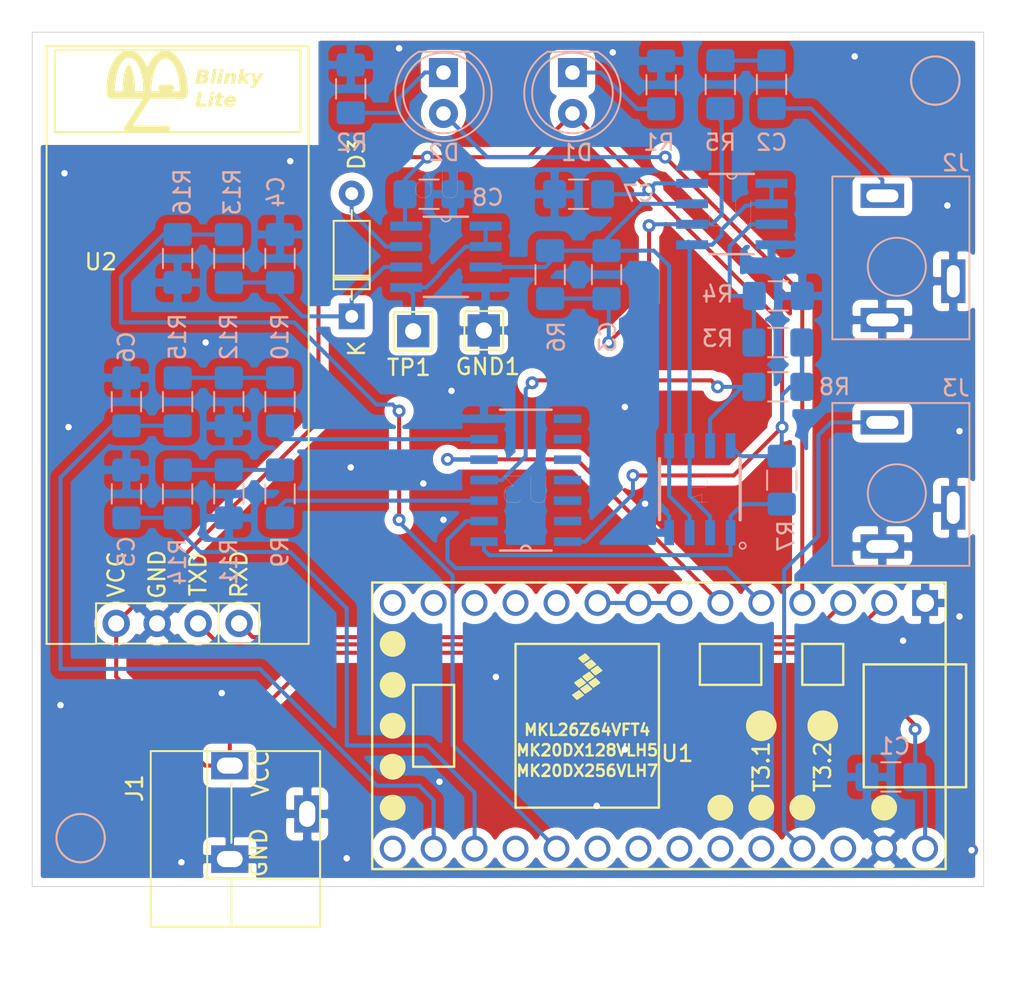
<source format=kicad_pcb>
(kicad_pcb (version 20171130) (host pcbnew 5.1.5-52549c5~84~ubuntu18.04.1)
  (layers (0 F.Cu signal) (31 B.Cu signal) (34 B.Paste user) (35 F.Paste user) (36 B.SilkS user) (37 F.SilkS user) (38 B.Mask user) (39 F.Mask user) (44 Edge.Cuts user))
  (net 0 "")
  (net 1 +5V)
  (net 2 GND)
  (net 3 "Net-(D1-Pad1)")
  (net 4 "Net-(D2-Pad1)")
  (net 5 "Net-(U1-Pad17)")
  (net 6 "Net-(U1-Pad18)")
  (net 7 "Net-(U1-Pad19)")
  (net 8 "Net-(U1-Pad20)")
  (net 9 "Net-(U1-Pad16)")
  (net 10 "Net-(U1-Pad15)")
  (net 11 "Net-(U1-Pad14)")
  (net 12 "Net-(U1-Pad23)")
  (net 13 "Net-(U1-Pad25)")
  (net 14 "Net-(U1-Pad26)")
  (net 15 "Net-(U1-Pad27)")
  (net 16 "Net-(U1-Pad28)")
  (net 17 "Net-(U1-Pad29)")
  (net 18 "Net-(U1-Pad31)")
  (net 19 "Net-(U1-Pad34)")
  (net 20 "Net-(U1-Pad35)")
  (net 21 "Net-(U1-Pad36)")
  (net 22 "Net-(U1-Pad37)")
  (net 23 "Net-(U1-Pad11)")
  (net 24 "Net-(U1-Pad10)")
  (net 25 "Net-(D2-Pad2)")
  (net 26 "Net-(U1-Pad3)")
  (net 27 "Net-(U1-Pad2)")
  (net 28 "Net-(U1-Pad13)")
  (net 29 "Net-(U1-Pad12)")
  (net 30 "Net-(U1-Pad7)")
  (net 31 "Net-(U1-Pad6)")
  (net 32 "Net-(U1-Pad5)")
  (net 33 "Net-(C2-Pad1)")
  (net 34 "Net-(C2-Pad2)")
  (net 35 "Net-(C3-Pad2)")
  (net 36 "Net-(C3-Pad1)")
  (net 37 "Net-(C4-Pad1)")
  (net 38 "Net-(C5-Pad1)")
  (net 39 "Net-(C6-Pad1)")
  (net 40 "Net-(D3-Pad2)")
  (net 41 "Net-(J3-Pad2)")
  (net 42 "Net-(R3-Pad2)")
  (net 43 "Net-(R7-Pad2)")
  (net 44 "Net-(R8-Pad2)")
  (net 45 "Net-(R9-Pad2)")
  (net 46 "Net-(R11-Pad1)")
  (net 47 "Net-(R10-Pad1)")
  (net 48 "Net-(R10-Pad2)")
  (net 49 "Net-(R13-Pad1)")
  (net 50 "Net-(TP1-Pad1)")
  (net 51 "Net-(U3-Pad8)")
  (net 52 "Net-(U3-Pad9)")
  (net 53 "Net-(U3-Pad10)")
  (net 54 "Net-(U3-Pad11)")
  (net 55 "Net-(U3-Pad12)")
  (net 56 "Net-(U3-Pad13)")
  (net 57 "Net-(U4-Pad2)")
  (module LED_THT:LED_D5.0mm (layer B.Cu) (at 136.5 72.5 270)
    (fp_text reference D2 (at 4.97 -0.025 180) (layer B.SilkS) (effects (justify mirror)))
    (fp_text value LED)
    (pad 1 thru_hole rect (at 0 0 270) (size 1.8 1.8) (drill 0.9) (layers *.Cu *.Mask) (net 4 "Net-(D2-Pad1)"))
    (pad 2 thru_hole circle (at 2.54 0 270) (size 1.8 1.8) (drill 0.9) (layers *.Cu *.Mask) (net 25 "Net-(D2-Pad2)"))
  )
  (module blinkyLiteLogo:blinkyLiteLogo (layer F.Cu) (at 120.65 73.66)
    (fp_text reference G*** hide)
    (fp_text value LOGO hide)
  )
  (module dmcginnis427:HC06 (layer F.Cu) (at 120.015 106.68 180)
    (fp_text reference U2 (at 4.765 22.43) (layer F.SilkS))
    (fp_text value HC06)
    (fp_text user RXD (at -3.81 3.048 90) (layer F.SilkS))
    (fp_text user TXD (at -1.27 3.048 90) (layer F.SilkS))
    (fp_text user GND (at 1.27 3.048 90) (layer F.SilkS))
    (fp_text user VCC (at 3.81 3.048 90) (layer F.SilkS))
    (pad 1 thru_hole circle (at -3.81 0 180) (size 1.7 1.7) (drill 1) (layers *.Cu *.Mask) (net 26 "Net-(U1-Pad3)"))
    (pad 2 thru_hole circle (at -1.27 0 180) (size 1.7 1.7) (drill 1) (layers *.Cu *.Mask) (net 27 "Net-(U1-Pad2)"))
    (pad 3 thru_hole circle (at 1.27 0 180) (size 1.7 1.7) (drill 1) (layers *.Cu *.Mask) (net 2 GND))
    (pad 4 thru_hole circle (at 3.81 0 180) (size 1.7 1.7) (drill 1) (layers *.Cu *.Mask) (net 1 +5V))
  )
  (module Capacitor_SMD:C_1206_3216Metric_Pad1.42x1.75mm_HandSolder (layer B.Cu) (at 156.845 73.2425 90)
    (fp_text reference C2 (at -3.5925 0 180) (layer B.SilkS) (effects (justify mirror)))
    (fp_text value 10nF)
    (pad 1 smd roundrect (at -1.4875 0 90) (size 1.425 1.75) (layers B.Cu B.Paste B.Mask) (roundrect_rratio 0.175439) (net 33 "Net-(C2-Pad1)"))
    (pad 2 smd roundrect (at 1.4875 0 90) (size 1.425 1.75) (layers B.Cu B.Paste B.Mask) (roundrect_rratio 0.175439) (net 34 "Net-(C2-Pad2)"))
  )
  (module Capacitor_SMD:C_1206_3216Metric_Pad1.42x1.75mm_HandSolder (layer B.Cu) (at 146.615 85.0375 90)
    (fp_text reference C3 (at -3.8625 0.07 90) (layer B.SilkS) (effects (justify mirror)))
    (fp_text value 100pF)
    (pad 2 smd roundrect (at 1.4875 0 90) (size 1.425 1.75) (layers B.Cu B.Paste B.Mask) (roundrect_rratio 0.175439) (net 35 "Net-(C3-Pad2)"))
    (pad 1 smd roundrect (at -1.4875 0 90) (size 1.425 1.75) (layers B.Cu B.Paste B.Mask) (roundrect_rratio 0.175439) (net 36 "Net-(C3-Pad1)"))
  )
  (module Capacitor_SMD:C_1206_3216Metric_Pad1.42x1.75mm_HandSolder (layer B.Cu) (at 126.365 84.0375 90)
    (fp_text reference C4 (at 4.1275 -0.25 90) (layer B.SilkS) (effects (justify mirror)))
    (fp_text value 220nF)
    (pad 1 smd roundrect (at -1.4875 0 90) (size 1.425 1.75) (layers B.Cu B.Paste B.Mask) (roundrect_rratio 0.175439) (net 37 "Net-(C4-Pad1)"))
    (pad 2 smd roundrect (at 1.4875 0 90) (size 1.425 1.75) (layers B.Cu B.Paste B.Mask) (roundrect_rratio 0.175439) (net 2 GND))
  )
  (module Capacitor_SMD:C_1206_3216Metric_Pad1.42x1.75mm_HandSolder (layer B.Cu) (at 116.84 98.6425 90)
    (fp_text reference C5 (at -3.5925 0 90) (layer B.SilkS) (effects (justify mirror)))
    (fp_text value 22nF)
    (pad 2 smd roundrect (at 1.4875 0 90) (size 1.425 1.75) (layers B.Cu B.Paste B.Mask) (roundrect_rratio 0.175439) (net 2 GND))
    (pad 1 smd roundrect (at -1.4875 0 90) (size 1.425 1.75) (layers B.Cu B.Paste B.Mask) (roundrect_rratio 0.175439) (net 38 "Net-(C5-Pad1)"))
  )
  (module Capacitor_SMD:C_1206_3216Metric_Pad1.42x1.75mm_HandSolder (layer B.Cu) (at 116.84 92.9275 90)
    (fp_text reference C6 (at 3.3925 0 90) (layer B.SilkS) (effects (justify mirror)))
    (fp_text value 22nF)
    (pad 2 smd roundrect (at 1.4875 0 90) (size 1.425 1.75) (layers B.Cu B.Paste B.Mask) (roundrect_rratio 0.175439) (net 2 GND))
    (pad 1 smd roundrect (at -1.4875 0 90) (size 1.425 1.75) (layers B.Cu B.Paste B.Mask) (roundrect_rratio 0.175439) (net 39 "Net-(C6-Pad1)"))
  )
  (module Capacitor_SMD:C_1206_3216Metric_Pad1.42x1.75mm_HandSolder (layer B.Cu) (at 144.8775 80.05 180)
    (fp_text reference C7 (at -3.7125 0.04) (layer B.SilkS) (effects (justify mirror)))
    (fp_text value 1uF)
    (pad 1 smd roundrect (at -1.4875 0 180) (size 1.425 1.75) (layers B.Cu B.Paste B.Mask) (roundrect_rratio 0.175439) (net 1 +5V))
    (pad 2 smd roundrect (at 1.4875 0 180) (size 1.425 1.75) (layers B.Cu B.Paste B.Mask) (roundrect_rratio 0.175439) (net 2 GND))
  )
  (module Capacitor_SMD:C_1206_3216Metric_Pad1.42x1.75mm_HandSolder (layer B.Cu) (at 135.6025 80.05)
    (fp_text reference C8 (at 3.6475 0.2) (layer B.SilkS) (effects (justify mirror)))
    (fp_text value 1uF)
    (pad 2 smd roundrect (at 1.4875 0) (size 1.425 1.75) (layers B.Cu B.Paste B.Mask) (roundrect_rratio 0.175439) (net 2 GND))
    (pad 1 smd roundrect (at -1.4875 0) (size 1.425 1.75) (layers B.Cu B.Paste B.Mask) (roundrect_rratio 0.175439) (net 1 +5V))
  )
  (module Diode_THT:D_DO-35_SOD27_P7.62mm_Horizontal (layer F.Cu) (at 130.81 87.63 90)
    (fp_text reference D3 (at 10.06 0.31 90) (layer F.SilkS))
    (fp_text value 1N5711)
    (fp_text user K (at -2.005 0.31 90) (layer F.SilkS))
    (pad 1 thru_hole rect (at 0 0 90) (size 1.6 1.6) (drill 0.8) (layers *.Cu *.Mask) (net 37 "Net-(C4-Pad1)"))
    (pad 2 thru_hole oval (at 7.62 0 90) (size 1.6 1.6) (drill 0.8) (layers *.Cu *.Mask) (net 40 "Net-(D3-Pad2)"))
  )
  (module dmcginnis427:StereoJack35 (layer B.Cu) (at 164.615 84.55 180)
    (fp_text reference J2 (at -3.66 6.445) (layer B.SilkS) (effects (justify mirror)))
    (fp_text value StereoJack35)
    (pad 3 thru_hole rect (at 0.9 -3.3 180) (size 2.7 1.5) (drill oval 2 0.8) (layers *.Cu *.Mask) (net 2 GND))
    (pad 2 thru_hole rect (at 0.9 4.4 180) (size 2.7 1.5) (drill oval 2 0.8) (layers *.Cu *.Mask) (net 33 "Net-(C2-Pad1)"))
    (pad 1 thru_hole rect (at -3.5 -0.9 180) (size 1.5 2.7) (drill oval 0.8 2) (layers *.Cu *.Mask) (net 2 GND))
  )
  (module dmcginnis427:StereoJack35 (layer B.Cu) (at 164.615 98.605 180)
    (fp_text reference J3 (at -3.66 6.53) (layer B.SilkS) (effects (justify mirror)))
    (fp_text value StereoJack35)
    (pad 1 thru_hole rect (at -3.5 -0.9 180) (size 1.5 2.7) (drill oval 0.8 2) (layers *.Cu *.Mask) (net 2 GND))
    (pad 2 thru_hole rect (at 0.9 4.4 180) (size 2.7 1.5) (drill oval 2 0.8) (layers *.Cu *.Mask) (net 41 "Net-(J3-Pad2)"))
    (pad 3 thru_hole rect (at 0.9 -3.3 180) (size 2.7 1.5) (drill oval 2 0.8) (layers *.Cu *.Mask) (net 2 GND))
  )
  (module Resistor_SMD:R_1206_3216Metric_Pad1.42x1.75mm_HandSolder (layer B.Cu) (at 157.2375 89.25 180)
    (fp_text reference R3 (at 3.7375 0.25) (layer B.SilkS) (effects (justify mirror)))
    (fp_text value 1k)
    (pad 1 smd roundrect (at -1.4875 0 180) (size 1.425 1.75) (layers B.Cu B.Paste B.Mask) (roundrect_rratio 0.175439) (net 1 +5V))
    (pad 2 smd roundrect (at 1.4875 0 180) (size 1.425 1.75) (layers B.Cu B.Paste B.Mask) (roundrect_rratio 0.175439) (net 42 "Net-(R3-Pad2)"))
  )
  (module Resistor_SMD:R_1206_3216Metric_Pad1.42x1.75mm_HandSolder (layer B.Cu) (at 157.2625 86.36)
    (fp_text reference R4 (at -3.7625 -0.11) (layer B.SilkS) (effects (justify mirror)))
    (fp_text value 1k)
    (pad 2 smd roundrect (at 1.4875 0) (size 1.425 1.75) (layers B.Cu B.Paste B.Mask) (roundrect_rratio 0.175439) (net 2 GND))
    (pad 1 smd roundrect (at -1.4875 0) (size 1.425 1.75) (layers B.Cu B.Paste B.Mask) (roundrect_rratio 0.175439) (net 42 "Net-(R3-Pad2)"))
  )
  (module Resistor_SMD:R_1206_3216Metric_Pad1.42x1.75mm_HandSolder (layer B.Cu) (at 153.67 73.2425 90)
    (fp_text reference R5 (at -3.5925 0 180) (layer B.SilkS) (effects (justify mirror)))
    (fp_text value 1k)
    (pad 2 smd roundrect (at 1.4875 0 90) (size 1.425 1.75) (layers B.Cu B.Paste B.Mask) (roundrect_rratio 0.175439) (net 34 "Net-(C2-Pad2)"))
    (pad 1 smd roundrect (at -1.4875 0 90) (size 1.425 1.75) (layers B.Cu B.Paste B.Mask) (roundrect_rratio 0.175439) (net 36 "Net-(C3-Pad1)"))
  )
  (module Resistor_SMD:R_1206_3216Metric_Pad1.42x1.75mm_HandSolder (layer B.Cu) (at 143.115 85.0375 270)
    (fp_text reference R6 (at 3.8625 -0.395 90) (layer B.SilkS) (effects (justify mirror)))
    (fp_text value 20k)
    (pad 1 smd roundrect (at -1.4875 0 270) (size 1.425 1.75) (layers B.Cu B.Paste B.Mask) (roundrect_rratio 0.175439) (net 35 "Net-(C3-Pad2)"))
    (pad 2 smd roundrect (at 1.4875 0 270) (size 1.425 1.75) (layers B.Cu B.Paste B.Mask) (roundrect_rratio 0.175439) (net 36 "Net-(C3-Pad1)"))
  )
  (module Resistor_SMD:R_1206_3216Metric_Pad1.42x1.75mm_HandSolder (layer B.Cu) (at 157.48 97.79 270)
    (fp_text reference R7 (at 3.46 -0.27 90) (layer B.SilkS) (effects (justify mirror)))
    (fp_text value 10k)
    (pad 2 smd roundrect (at 1.4875 0 270) (size 1.425 1.75) (layers B.Cu B.Paste B.Mask) (roundrect_rratio 0.175439) (net 43 "Net-(R7-Pad2)"))
    (pad 1 smd roundrect (at -1.4875 0 270) (size 1.425 1.75) (layers B.Cu B.Paste B.Mask) (roundrect_rratio 0.175439) (net 1 +5V))
  )
  (module Resistor_SMD:R_1206_3216Metric_Pad1.42x1.75mm_HandSolder (layer B.Cu) (at 157.2375 92 180)
    (fp_text reference R8 (at -3.5125 0) (layer B.SilkS) (effects (justify mirror)))
    (fp_text value 10k)
    (pad 1 smd roundrect (at -1.4875 0 180) (size 1.425 1.75) (layers B.Cu B.Paste B.Mask) (roundrect_rratio 0.175439) (net 1 +5V))
    (pad 2 smd roundrect (at 1.4875 0 180) (size 1.425 1.75) (layers B.Cu B.Paste B.Mask) (roundrect_rratio 0.175439) (net 44 "Net-(R8-Pad2)"))
  )
  (module Resistor_SMD:R_1206_3216Metric_Pad1.42x1.75mm_HandSolder (layer B.Cu) (at 126.365 98.6425 270)
    (fp_text reference R9 (at 3.5925 0 90) (layer B.SilkS) (effects (justify mirror)))
    (fp_text value 1k)
    (pad 2 smd roundrect (at 1.4875 0 270) (size 1.425 1.75) (layers B.Cu B.Paste B.Mask) (roundrect_rratio 0.175439) (net 45 "Net-(R9-Pad2)"))
    (pad 1 smd roundrect (at -1.4875 0 270) (size 1.425 1.75) (layers B.Cu B.Paste B.Mask) (roundrect_rratio 0.175439) (net 46 "Net-(R11-Pad1)"))
  )
  (module Resistor_SMD:R_1206_3216Metric_Pad1.42x1.75mm_HandSolder (layer B.Cu) (at 126.365 92.9275 270)
    (fp_text reference R10 (at -4.0275 0 90) (layer B.SilkS) (effects (justify mirror)))
    (fp_text value 1k)
    (pad 1 smd roundrect (at -1.4875 0 270) (size 1.425 1.75) (layers B.Cu B.Paste B.Mask) (roundrect_rratio 0.175439) (net 47 "Net-(R10-Pad1)"))
    (pad 2 smd roundrect (at 1.4875 0 270) (size 1.425 1.75) (layers B.Cu B.Paste B.Mask) (roundrect_rratio 0.175439) (net 48 "Net-(R10-Pad2)"))
  )
  (module Resistor_SMD:R_1206_3216Metric_Pad1.42x1.75mm_HandSolder (layer B.Cu) (at 123.19 98.6425 270)
    (fp_text reference R11 (at 4.2275 0 90) (layer B.SilkS) (effects (justify mirror)))
    (fp_text value 1.5k)
    (pad 1 smd roundrect (at -1.4875 0 270) (size 1.425 1.75) (layers B.Cu B.Paste B.Mask) (roundrect_rratio 0.175439) (net 46 "Net-(R11-Pad1)"))
    (pad 2 smd roundrect (at 1.4875 0 270) (size 1.425 1.75) (layers B.Cu B.Paste B.Mask) (roundrect_rratio 0.175439) (net 2 GND))
  )
  (module Resistor_SMD:R_1206_3216Metric_Pad1.42x1.75mm_HandSolder (layer B.Cu) (at 123.19 92.9275 270)
    (fp_text reference R12 (at -4.0275 0 90) (layer B.SilkS) (effects (justify mirror)))
    (fp_text value 1.5k)
    (pad 1 smd roundrect (at -1.4875 0 270) (size 1.425 1.75) (layers B.Cu B.Paste B.Mask) (roundrect_rratio 0.175439) (net 47 "Net-(R10-Pad1)"))
    (pad 2 smd roundrect (at 1.4875 0 270) (size 1.425 1.75) (layers B.Cu B.Paste B.Mask) (roundrect_rratio 0.175439) (net 2 GND))
  )
  (module Resistor_SMD:R_1206_3216Metric_Pad1.42x1.75mm_HandSolder (layer B.Cu) (at 123.19 84.0375 270)
    (fp_text reference R13 (at -4.1275 -0.21 90) (layer B.SilkS) (effects (justify mirror)))
    (fp_text value 1k)
    (pad 2 smd roundrect (at 1.4875 0 270) (size 1.425 1.75) (layers B.Cu B.Paste B.Mask) (roundrect_rratio 0.175439) (net 37 "Net-(C4-Pad1)"))
    (pad 1 smd roundrect (at -1.4875 0 270) (size 1.425 1.75) (layers B.Cu B.Paste B.Mask) (roundrect_rratio 0.175439) (net 49 "Net-(R13-Pad1)"))
  )
  (module Resistor_SMD:R_1206_3216Metric_Pad1.42x1.75mm_HandSolder (layer B.Cu) (at 120.015 98.6425 90)
    (fp_text reference R14 (at -4.2275 0 90) (layer B.SilkS) (effects (justify mirror)))
    (fp_text value 15k)
    (pad 2 smd roundrect (at 1.4875 0 90) (size 1.425 1.75) (layers B.Cu B.Paste B.Mask) (roundrect_rratio 0.175439) (net 46 "Net-(R11-Pad1)"))
    (pad 1 smd roundrect (at -1.4875 0 90) (size 1.425 1.75) (layers B.Cu B.Paste B.Mask) (roundrect_rratio 0.175439) (net 38 "Net-(C5-Pad1)"))
  )
  (module Resistor_SMD:R_1206_3216Metric_Pad1.42x1.75mm_HandSolder (layer B.Cu) (at 120.015 92.9275 90)
    (fp_text reference R15 (at 4.0275 0 90) (layer B.SilkS) (effects (justify mirror)))
    (fp_text value 15k)
    (pad 2 smd roundrect (at 1.4875 0 90) (size 1.425 1.75) (layers B.Cu B.Paste B.Mask) (roundrect_rratio 0.175439) (net 47 "Net-(R10-Pad1)"))
    (pad 1 smd roundrect (at -1.4875 0 90) (size 1.425 1.75) (layers B.Cu B.Paste B.Mask) (roundrect_rratio 0.175439) (net 39 "Net-(C6-Pad1)"))
  )
  (module Resistor_SMD:R_1206_3216Metric_Pad1.42x1.75mm_HandSolder (layer B.Cu) (at 120.015 84.0375 270)
    (fp_text reference R16 (at -4.1275 -0.285 90) (layer B.SilkS) (effects (justify mirror)))
    (fp_text value 1.5k)
    (pad 2 smd roundrect (at 1.4875 0 270) (size 1.425 1.75) (layers B.Cu B.Paste B.Mask) (roundrect_rratio 0.175439) (net 2 GND))
    (pad 1 smd roundrect (at -1.4875 0 270) (size 1.425 1.75) (layers B.Cu B.Paste B.Mask) (roundrect_rratio 0.175439) (net 49 "Net-(R13-Pad1)"))
  )
  (module TestPoint:TestPoint_THTPad_2.0x2.0mm_Drill1.0mm (layer F.Cu) (at 134.62 88.55)
    (fp_text reference TP1 (at -0.265 2.255) (layer F.SilkS))
    (fp_text value TestPoint)
    (pad 1 thru_hole rect (at 0 0) (size 2 2) (drill 1) (layers *.Cu *.Mask) (net 50 "Net-(TP1-Pad1)"))
  )
  (module 74HCT86D:SOIC127P600X175-14N (layer B.Cu) (at 141.605 97.79)
    (fp_text reference U3 (at 0 0.635) (layer B.SilkS) (effects (font (size 1.641677 1.641677) (thickness 0.015)) (justify mirror)))
    (fp_text value 74HCT86D)
    (pad 1 smd rect (at -2.5908 3.81) (size 1.7018 0.5334) (layers B.Cu B.Paste B.Mask) (net 43 "Net-(R7-Pad2)"))
    (pad 2 smd rect (at -2.5908 2.54) (size 1.7018 0.5334) (layers B.Cu B.Paste B.Mask) (net 32 "Net-(U1-Pad5)"))
    (pad 3 smd rect (at -2.5908 1.27) (size 1.7018 0.5334) (layers B.Cu B.Paste B.Mask) (net 45 "Net-(R9-Pad2)"))
    (pad 4 smd rect (at -2.5908 0) (size 1.7018 0.5334) (layers B.Cu B.Paste B.Mask) (net 44 "Net-(R8-Pad2)"))
    (pad 5 smd rect (at -2.5908 -1.27) (size 1.7018 0.5334) (layers B.Cu B.Paste B.Mask) (net 31 "Net-(U1-Pad6)"))
    (pad 6 smd rect (at -2.5908 -2.54) (size 1.7018 0.5334) (layers B.Cu B.Paste B.Mask) (net 48 "Net-(R10-Pad2)"))
    (pad 7 smd rect (at -2.5908 -3.81) (size 1.7018 0.5334) (layers B.Cu B.Paste B.Mask) (net 2 GND))
    (pad 8 smd rect (at 2.5908 -3.81) (size 1.7018 0.5334) (layers B.Cu B.Paste B.Mask) (net 51 "Net-(U3-Pad8)"))
    (pad 9 smd rect (at 2.5908 -2.54) (size 1.7018 0.5334) (layers B.Cu B.Paste B.Mask) (net 52 "Net-(U3-Pad9)"))
    (pad 10 smd rect (at 2.5908 -1.27) (size 1.7018 0.5334) (layers B.Cu B.Paste B.Mask) (net 53 "Net-(U3-Pad10)"))
    (pad 11 smd rect (at 2.5908 0) (size 1.7018 0.5334) (layers B.Cu B.Paste B.Mask) (net 54 "Net-(U3-Pad11)"))
    (pad 12 smd rect (at 2.5908 1.27) (size 1.7018 0.5334) (layers B.Cu B.Paste B.Mask) (net 55 "Net-(U3-Pad12)"))
    (pad 13 smd rect (at 2.5908 2.54) (size 1.7018 0.5334) (layers B.Cu B.Paste B.Mask) (net 56 "Net-(U3-Pad13)"))
    (pad 14 smd rect (at 2.5908 3.81) (size 1.7018 0.5334) (layers B.Cu B.Paste B.Mask) (net 1 +5V))
  )
  (module LM293D:SOIC127P600X175-8N (layer B.Cu) (at 152.4 98.355 90)
    (fp_text reference U4 (at -0.07 0 90) (layer B.SilkS) (effects (font (size 1.000425 1.000425) (thickness 0.015)) (justify mirror)))
    (fp_text value LM293D)
    (pad 2 smd rect (at -2.7 0.635 90) (size 1.55 0.6) (layers B.Cu B.Paste B.Mask) (net 57 "Net-(U4-Pad2)"))
    (pad 7 smd rect (at 2.7 0.635 90) (size 1.55 0.6) (layers B.Cu B.Paste B.Mask) (net 44 "Net-(R8-Pad2)"))
    (pad 1 smd rect (at -2.7 1.905 90) (size 1.55 0.6) (layers B.Cu B.Paste B.Mask) (net 43 "Net-(R7-Pad2)"))
    (pad 3 smd rect (at -2.7 -0.635 90) (size 1.55 0.6) (layers B.Cu B.Paste B.Mask) (net 35 "Net-(C3-Pad2)"))
    (pad 4 smd rect (at -2.7 -1.905 90) (size 1.55 0.6) (layers B.Cu B.Paste B.Mask) (net 2 GND))
    (pad 8 smd rect (at 2.7 1.905 90) (size 1.55 0.6) (layers B.Cu B.Paste B.Mask) (net 1 +5V))
    (pad 6 smd rect (at 2.7 -0.635 90) (size 1.55 0.6) (layers B.Cu B.Paste B.Mask) (net 57 "Net-(U4-Pad2)"))
    (pad 5 smd rect (at 2.7 -1.905 90) (size 1.55 0.6) (layers B.Cu B.Paste B.Mask) (net 35 "Net-(C3-Pad2)"))
  )
  (module TLV2462ID:SOIC127P600X175-8N (layer B.Cu) (at 154.3812 81.28 180)
    (fp_text reference U5 (at 0.0762 0) (layer B.SilkS) (effects (font (size 1.64215 1.64215) (thickness 0.015)) (justify mirror)))
    (fp_text value TLV2462ID)
    (pad 1 smd rect (at -2.4638 1.905 180) (size 1.9812 0.5588) (layers B.Cu B.Paste B.Mask) (net 57 "Net-(U4-Pad2)"))
    (pad 2 smd rect (at -2.4638 0.635 180) (size 1.9812 0.5588) (layers B.Cu B.Paste B.Mask) (net 57 "Net-(U4-Pad2)"))
    (pad 3 smd rect (at -2.4638 -0.635 180) (size 1.9812 0.5588) (layers B.Cu B.Paste B.Mask) (net 42 "Net-(R3-Pad2)"))
    (pad 4 smd rect (at -2.4638 -1.905 180) (size 1.9812 0.5588) (layers B.Cu B.Paste B.Mask) (net 2 GND))
    (pad 5 smd rect (at 2.4638 -1.905 180) (size 1.9812 0.5588) (layers B.Cu B.Paste B.Mask) (net 57 "Net-(U4-Pad2)"))
    (pad 6 smd rect (at 2.4638 -0.635 180) (size 1.9812 0.5588) (layers B.Cu B.Paste B.Mask) (net 36 "Net-(C3-Pad1)"))
    (pad 7 smd rect (at 2.4638 0.635 180) (size 1.9812 0.5588) (layers B.Cu B.Paste B.Mask) (net 35 "Net-(C3-Pad2)"))
    (pad 8 smd rect (at 2.4638 1.905 180) (size 1.9812 0.5588) (layers B.Cu B.Paste B.Mask) (net 1 +5V))
  )
  (module TLV2462ID:SOIC127P600X175-8N (layer B.Cu) (at 136.6512 83.935 180)
    (fp_text reference U6 (at 0.534095 4.425395) (layer B.SilkS) (effects (font (size 1.64215 1.64215) (thickness 0.015)) (justify mirror)))
    (fp_text value TLV2462ID)
    (pad 8 smd rect (at 2.4638 1.905 180) (size 1.9812 0.5588) (layers B.Cu B.Paste B.Mask) (net 1 +5V))
    (pad 7 smd rect (at 2.4638 0.635 180) (size 1.9812 0.5588) (layers B.Cu B.Paste B.Mask) (net 40 "Net-(D3-Pad2)"))
    (pad 6 smd rect (at 2.4638 -0.635 180) (size 1.9812 0.5588) (layers B.Cu B.Paste B.Mask) (net 37 "Net-(C4-Pad1)"))
    (pad 5 smd rect (at 2.4638 -1.905 180) (size 1.9812 0.5588) (layers B.Cu B.Paste B.Mask) (net 50 "Net-(TP1-Pad1)"))
    (pad 4 smd rect (at -2.4638 -1.905 180) (size 1.9812 0.5588) (layers B.Cu B.Paste B.Mask) (net 2 GND))
    (pad 3 smd rect (at -2.4638 -0.635 180) (size 1.9812 0.5588) (layers B.Cu B.Paste B.Mask) (net 35 "Net-(C3-Pad2)"))
    (pad 2 smd rect (at -2.4638 0.635 180) (size 1.9812 0.5588) (layers B.Cu B.Paste B.Mask) (net 50 "Net-(TP1-Pad1)"))
    (pad 1 smd rect (at -2.4638 1.905 180) (size 1.9812 0.5588) (layers B.Cu B.Paste B.Mask) (net 50 "Net-(TP1-Pad1)"))
  )
  (module Capacitor_SMD:C_1206_3216Metric_Pad1.42x1.75mm_HandSolder (layer B.Cu) (at 164.2475 116.205)
    (fp_text reference C1 (at 0.2175 -1.905) (layer B.SilkS) (effects (justify mirror)))
    (fp_text value 1uF)
    (pad 1 smd roundrect (at -1.4875 0) (size 1.425 1.75) (layers B.Cu B.Paste B.Mask) (roundrect_rratio 0.175439) (net 2 GND))
    (pad 2 smd roundrect (at 1.4875 0) (size 1.425 1.75) (layers B.Cu B.Paste B.Mask) (roundrect_rratio 0.175439) (net 1 +5V))
  )
  (module LED_THT:LED_D5.0mm (layer B.Cu) (at 144.5 72.5 270)
    (fp_text reference D1 (at 4.97 -0.28 180) (layer B.SilkS) (effects (justify mirror)))
    (fp_text value LED)
    (pad 2 thru_hole circle (at 2.54 0 270) (size 1.8 1.8) (drill 0.9) (layers *.Cu *.Mask) (net 1 +5V))
    (pad 1 thru_hole rect (at 0 0 270) (size 1.8 1.8) (drill 0.9) (layers *.Cu *.Mask) (net 3 "Net-(D1-Pad1)"))
  )
  (module Resistor_SMD:R_1206_3216Metric_Pad1.42x1.75mm_HandSolder (layer B.Cu) (at 150 73.2625 270)
    (fp_text reference R1 (at 3.5725 0.14) (layer B.SilkS) (effects (justify mirror)))
    (fp_text value 220)
    (pad 1 smd roundrect (at -1.4875 0 270) (size 1.425 1.75) (layers B.Cu B.Paste B.Mask) (roundrect_rratio 0.175439) (net 2 GND))
    (pad 2 smd roundrect (at 1.4875 0 270) (size 1.425 1.75) (layers B.Cu B.Paste B.Mask) (roundrect_rratio 0.175439) (net 3 "Net-(D1-Pad1)"))
  )
  (module Resistor_SMD:R_1206_3216Metric_Pad1.42x1.75mm_HandSolder (layer B.Cu) (at 130.75 73.5125 270)
    (fp_text reference R2 (at 3.3225 -0.06 180) (layer B.SilkS) (effects (justify mirror)))
    (fp_text value 220)
    (pad 2 smd roundrect (at 1.4875 0 270) (size 1.425 1.75) (layers B.Cu B.Paste B.Mask) (roundrect_rratio 0.175439) (net 4 "Net-(D2-Pad1)"))
    (pad 1 smd roundrect (at -1.4875 0 270) (size 1.425 1.75) (layers B.Cu B.Paste B.Mask) (roundrect_rratio 0.175439) (net 2 GND))
  )
  (module TeensyFootprints:Teensy30_31_32_LC (layer F.Cu) (at 149.86 113.03 180)
    (fp_text reference U1 (at -1.14 -1.72) (layer F.SilkS))
    (fp_text value Teensy-LC)
    (fp_text user T3.2 (at -10.16 -2.54 90) (layer F.SilkS))
    (fp_text user T3.1 (at -6.35 -2.54 90) (layer F.SilkS))
    (fp_text user MK20DX256VLH7 (at 4.445 -2.794) (layer F.SilkS) (effects (font (size 0.7 0.7))))
    (fp_text user MKL26Z64VFT4 (at 4.445 -0.254) (layer F.SilkS) (effects (font (size 0.7 0.7))))
    (fp_text user MK20DX128VLH5 (at 4.445 -1.524) (layer F.SilkS) (effects (font (size 0.7 0.7))))
    (pad 17 connect circle (at 16.51 0 180) (size 1.6 1.6) (layers F.SilkS) (net 5 "Net-(U1-Pad17)"))
    (pad 18 connect circle (at 16.51 -2.54 180) (size 1.6 1.6) (layers F.SilkS) (net 6 "Net-(U1-Pad18)"))
    (pad 19 connect circle (at 16.51 -5.08 180) (size 1.6 1.6) (layers F.SilkS) (net 7 "Net-(U1-Pad19)"))
    (pad 20 thru_hole circle (at 16.51 -7.62 180) (size 1.6 1.6) (drill 1.1) (layers *.Cu *.Mask) (net 8 "Net-(U1-Pad20)"))
    (pad 16 connect circle (at 16.51 2.54 180) (size 1.6 1.6) (layers F.SilkS) (net 9 "Net-(U1-Pad16)"))
    (pad 15 connect circle (at 16.51 5.08 180) (size 1.6 1.6) (layers F.SilkS) (net 10 "Net-(U1-Pad15)"))
    (pad 14 thru_hole circle (at 16.51 7.62 180) (size 1.6 1.6) (drill 1.1) (layers *.Cu *.Mask) (net 11 "Net-(U1-Pad14)"))
    (pad 21 thru_hole circle (at 13.97 -7.62 180) (size 1.6 1.6) (drill 1.1) (layers *.Cu *.Mask) (net 39 "Net-(C6-Pad1)"))
    (pad 22 thru_hole circle (at 11.43 -7.62 180) (size 1.6 1.6) (drill 1.1) (layers *.Cu *.Mask) (net 38 "Net-(C5-Pad1)"))
    (pad 23 thru_hole circle (at 8.89 -7.62 180) (size 1.6 1.6) (drill 1.1) (layers *.Cu *.Mask) (net 12 "Net-(U1-Pad23)"))
    (pad 24 thru_hole circle (at 6.35 -7.62 180) (size 1.6 1.6) (drill 1.1) (layers *.Cu *.Mask) (net 49 "Net-(R13-Pad1)"))
    (pad 25 thru_hole circle (at 3.81 -7.62 180) (size 1.6 1.6) (drill 1.1) (layers *.Cu *.Mask) (net 13 "Net-(U1-Pad25)"))
    (pad 26 thru_hole circle (at 1.27 -7.62 180) (size 1.6 1.6) (drill 1.1) (layers *.Cu *.Mask) (net 14 "Net-(U1-Pad26)"))
    (pad 27 thru_hole circle (at -1.27 -7.62 180) (size 1.6 1.6) (drill 1.1) (layers *.Cu *.Mask) (net 15 "Net-(U1-Pad27)"))
    (pad 28 thru_hole circle (at -3.81 -7.62 180) (size 1.6 1.6) (drill 1.1) (layers *.Cu *.Mask) (net 16 "Net-(U1-Pad28)"))
    (pad 29 thru_hole circle (at -6.35 -7.62 180) (size 1.6 1.6) (drill 1.1) (layers *.Cu *.Mask) (net 17 "Net-(U1-Pad29)"))
    (pad 30 thru_hole circle (at -8.89 -7.62 180) (size 1.6 1.6) (drill 1.1) (layers *.Cu *.Mask) (net 41 "Net-(J3-Pad2)"))
    (pad 31 thru_hole circle (at -11.43 -7.62 180) (size 1.6 1.6) (drill 1.1) (layers *.Cu *.Mask) (net 18 "Net-(U1-Pad31)"))
    (pad 32 thru_hole circle (at -13.97 -7.62 180) (size 1.6 1.6) (drill 1.1) (layers *.Cu *.Mask) (net 2 GND))
    (pad 33 thru_hole circle (at -16.51 -7.62 180) (size 1.6 1.6) (drill 1.1) (layers *.Cu *.Mask) (net 1 +5V))
    (pad 34 connect circle (at -13.97 -5.08 180) (size 1.6 1.6) (layers F.SilkS) (net 19 "Net-(U1-Pad34)"))
    (pad 35 connect circle (at -8.89 -5.08 180) (size 1.6 1.6) (layers F.SilkS) (net 20 "Net-(U1-Pad35)"))
    (pad 36 connect circle (at -6.35 -5.08 180) (size 1.6 1.6) (layers F.SilkS) (net 21 "Net-(U1-Pad36)"))
    (pad 37 connect circle (at -3.81 -5.08 180) (size 1.6 1.6) (layers F.SilkS) (net 22 "Net-(U1-Pad37)"))
    (pad 13 thru_hole circle (at 13.97 7.62 180) (size 1.6 1.6) (drill 1.1) (layers *.Cu *.Mask) (net 28 "Net-(U1-Pad13)"))
    (pad 12 thru_hole circle (at 11.43 7.62 180) (size 1.6 1.6) (drill 1.1) (layers *.Cu *.Mask) (net 29 "Net-(U1-Pad12)"))
    (pad 11 thru_hole circle (at 8.89 7.62 180) (size 1.6 1.6) (drill 1.1) (layers *.Cu *.Mask) (net 23 "Net-(U1-Pad11)"))
    (pad 10 thru_hole circle (at 6.35 7.62 180) (size 1.6 1.6) (drill 1.1) (layers *.Cu *.Mask) (net 24 "Net-(U1-Pad10)"))
    (pad 9 thru_hole circle (at 3.81 7.62 180) (size 1.6 1.6) (drill 1.1) (layers *.Cu *.Mask) (net 30 "Net-(U1-Pad7)"))
    (pad 8 thru_hole circle (at 1.27 7.62 180) (size 1.6 1.6) (drill 1.1) (layers *.Cu *.Mask) (net 30 "Net-(U1-Pad7)"))
    (pad 7 thru_hole circle (at -1.27 7.62 180) (size 1.6 1.6) (drill 1.1) (layers *.Cu *.Mask) (net 30 "Net-(U1-Pad7)"))
    (pad 6 thru_hole circle (at -3.81 7.62 180) (size 1.6 1.6) (drill 1.1) (layers *.Cu *.Mask) (net 31 "Net-(U1-Pad6)"))
    (pad 5 thru_hole circle (at -6.35 7.62 180) (size 1.6 1.6) (drill 1.1) (layers *.Cu *.Mask) (net 32 "Net-(U1-Pad5)"))
    (pad 4 thru_hole circle (at -8.89 7.62 180) (size 1.6 1.6) (drill 1.1) (layers *.Cu *.Mask) (net 25 "Net-(D2-Pad2)"))
    (pad 3 thru_hole circle (at -11.43 7.62 180) (size 1.6 1.6) (drill 1.1) (layers *.Cu *.Mask) (net 26 "Net-(U1-Pad3)"))
    (pad 2 thru_hole circle (at -13.97 7.62 180) (size 1.6 1.6) (drill 1.1) (layers *.Cu *.Mask) (net 27 "Net-(U1-Pad2)"))
    (pad 1 thru_hole rect (at -16.51 7.62 180) (size 1.6 1.6) (drill 1.1) (layers *.Cu *.Mask) (net 2 GND))
    (pad 52 connect circle (at -6.35 0 180) (size 1.9 1.9) (layers F.SilkS))
    (pad 52 connect circle (at -10.16 0 180) (size 1.9 1.9) (layers F.SilkS))
  )
  (module dmcginnis427:DC21Jack (layer F.Cu) (at 123.25 115.5 90)
    (fp_text reference J1 (at -1.4 -5.9 90) (layer F.SilkS))
    (fp_text value PJ-102A)
    (fp_text user GND (at -5.4 1.8 90) (layer F.SilkS))
    (fp_text user VCC (at -0.5 1.9 90) (layer F.SilkS))
    (pad 1 thru_hole rect (at 0 0 90) (size 1.7 2.3) (drill oval 1 1.6) (layers *.Cu *.Mask) (net 1 +5V))
    (pad 2 thru_hole rect (at -5.8 0 90) (size 1.7 2.3) (drill oval 1 1.6) (layers *.Cu *.Mask) (net 2 GND))
    (pad 3 thru_hole rect (at -3 4.8 90) (size 2.3 1.6) (drill oval 1.6 1) (layers *.Cu *.Mask) (net 2 GND))
  )
  (module TestPoint:TestPoint_THTPad_2.0x2.0mm_Drill1.0mm (layer F.Cu) (at 139 88.5)
    (fp_text reference GND1 (at 0.25 2.25) (layer F.SilkS))
    (fp_text value TestPoint)
    (pad 1 thru_hole rect (at 0 0) (size 2 2) (drill 1) (layers *.Cu *.Mask) (net 2 GND))
  )
  (gr_line (start 111 123) (end 111 70) (layer Edge.Cuts) (width 0.05))
  (gr_line (start 170 123) (end 111 123) (layer Edge.Cuts) (width 0.05))
  (gr_line (start 170 70) (end 170 123) (layer Edge.Cuts) (width 0.05))
  (gr_line (start 111 70) (end 170 70) (layer Edge.Cuts) (width 0.05))
  (gr_circle (center 114 120) (end 115.5 120) (layer B.SilkS) (width 0.12))
  (gr_circle (center 114 120) (end 115.5 120) (layer F.SilkS) (width 0.12))
  (gr_circle (center 167 73) (end 168.5 73) (layer B.SilkS) (width 0.12))
  (gr_circle (center 167 73) (end 168.5 73) (layer F.SilkS) (width 0.12))
  (segment (start 133.9374 80.2276) (end 134.115 80.05) (width 0.25) (layer B.Cu) (net 1))
  (segment (start 133.865 80.3) (end 134.115 80.05) (width 0.25) (layer B.Cu) (net 1))
  (via (at 165.75 113.25) (size 0.8) (drill 0.4) (layers F.Cu B.Cu) (net 1))
  (segment (start 165.75 116.19) (end 165.735 116.205) (width 0.25) (layer B.Cu) (net 1))
  (segment (start 165.75 113.25) (end 165.75 116.19) (width 0.25) (layer B.Cu) (net 1))
  (segment (start 116.205 106.68) (end 128.75 94.135) (width 0.25) (layer F.Cu) (net 1))
  (segment (start 128.75 94.135) (end 128.75 77.75) (width 0.25) (layer F.Cu) (net 1))
  (segment (start 141.79 77.75) (end 144.5 75.04) (width 0.25) (layer F.Cu) (net 1))
  (via (at 135.5 77.75) (size 0.8) (drill 0.4) (layers F.Cu B.Cu) (net 1))
  (segment (start 134.115 79.135) (end 135.5 77.75) (width 0.25) (layer B.Cu) (net 1))
  (segment (start 128.75 77.75) (end 135.5 77.75) (width 0.25) (layer F.Cu) (net 1))
  (segment (start 134.115 80.05) (end 134.115 79.135) (width 0.25) (layer B.Cu) (net 1))
  (segment (start 135.5 77.75) (end 141.79 77.75) (width 0.25) (layer F.Cu) (net 1))
  (segment (start 134.115 81.9576) (end 134.1874 82.03) (width 0.25) (layer B.Cu) (net 1))
  (segment (start 134.115 80.05) (end 134.115 81.9576) (width 0.25) (layer B.Cu) (net 1))
  (segment (start 146.365 80.05) (end 147.0775 80.05) (width 0.25) (layer B.Cu) (net 1))
  (segment (start 158.725 91.125) (end 158.725 89.25) (width 0.25) (layer B.Cu) (net 1))
  (segment (start 158.725 92) (end 158.725 91.125) (width 0.25) (layer B.Cu) (net 1))
  (segment (start 154.9525 96.3025) (end 154.305 95.655) (width 0.25) (layer B.Cu) (net 1))
  (segment (start 157.48 96.3025) (end 154.9525 96.3025) (width 0.25) (layer B.Cu) (net 1))
  (via (at 157.5 94.5) (size 0.8) (drill 0.4) (layers F.Cu B.Cu) (net 1))
  (segment (start 157.48 96.3025) (end 157.48 94.52) (width 0.25) (layer B.Cu) (net 1))
  (segment (start 157.48 94.52) (end 157.5 94.5) (width 0.25) (layer B.Cu) (net 1))
  (via (at 148.25 97.5) (size 0.8) (drill 0.4) (layers F.Cu B.Cu) (net 1))
  (segment (start 157.5 94.5) (end 154.5 97.5) (width 0.25) (layer F.Cu) (net 1))
  (segment (start 154.5 97.5) (end 148.25 97.5) (width 0.25) (layer F.Cu) (net 1))
  (segment (start 145.2967 101.6) (end 144.1958 101.6) (width 0.25) (layer B.Cu) (net 1))
  (segment (start 148.25 98.6467) (end 145.2967 101.6) (width 0.25) (layer B.Cu) (net 1))
  (segment (start 148.25 97.5) (end 148.25 98.6467) (width 0.25) (layer B.Cu) (net 1))
  (segment (start 158.0125 92) (end 158.725 92) (width 0.25) (layer B.Cu) (net 1))
  (segment (start 157.5 92.5125) (end 158.0125 92) (width 0.25) (layer B.Cu) (net 1))
  (segment (start 157.5 94.5) (end 157.5 92.5125) (width 0.25) (layer B.Cu) (net 1))
  (segment (start 157.5 94.5) (end 157.5 88.04) (width 0.25) (layer F.Cu) (net 1))
  (segment (start 166.37 116.84) (end 165.735 116.205) (width 0.25) (layer B.Cu) (net 1))
  (segment (start 166.37 120.65) (end 166.37 116.84) (width 0.25) (layer B.Cu) (net 1))
  (via (at 149.23 79.77) (size 0.8) (drill 0.4) (layers F.Cu B.Cu) (net 1))
  (segment (start 149.625 79.375) (end 149.23 79.77) (width 0.25) (layer B.Cu) (net 1))
  (segment (start 151.9174 79.375) (end 149.625 79.375) (width 0.25) (layer B.Cu) (net 1))
  (segment (start 157.5 88.04) (end 149.23 79.77) (width 0.25) (layer F.Cu) (net 1))
  (segment (start 149.23 79.77) (end 144.5 75.04) (width 0.25) (layer F.Cu) (net 1))
  (segment (start 148.95 80.05) (end 149.23 79.77) (width 0.25) (layer B.Cu) (net 1))
  (segment (start 146.365 80.05) (end 148.95 80.05) (width 0.25) (layer B.Cu) (net 1))
  (segment (start 123.25 114) (end 123.25 115.5) (width 0.25) (layer F.Cu) (net 1))
  (segment (start 128.75 108.5) (end 123.25 114) (width 0.25) (layer F.Cu) (net 1))
  (segment (start 161.25 108.5) (end 128.75 108.5) (width 0.25) (layer F.Cu) (net 1))
  (segment (start 165.75 113.25) (end 165.75 113) (width 0.25) (layer F.Cu) (net 1))
  (segment (start 165.75 113) (end 161.25 108.5) (width 0.25) (layer F.Cu) (net 1))
  (segment (start 121.72 115.5) (end 123.25 115.5) (width 0.25) (layer F.Cu) (net 1))
  (segment (start 116.205 106.68) (end 116.205 109.985) (width 0.25) (layer F.Cu) (net 1))
  (segment (start 116.205 109.985) (end 121.72 115.5) (width 0.25) (layer F.Cu) (net 1))
  (segment (start 163.4725 116.205) (end 162.76 116.205) (width 0.25) (layer B.Cu) (net 2))
  (via (at 147.75 114.5) (size 0.8) (drill 0.4) (layers F.Cu B.Cu) (net 2))
  (via (at 130.75 97) (size 0.8) (drill 0.4) (layers F.Cu B.Cu) (net 2))
  (via (at 136.5 100.25) (size 0.8) (drill 0.4) (layers F.Cu B.Cu) (net 2))
  (via (at 135.25 98) (size 0.8) (drill 0.4) (layers F.Cu B.Cu) (net 2))
  (via (at 149 99.25) (size 0.8) (drill 0.4) (layers F.Cu B.Cu) (net 2))
  (segment (start 149.715 99.25) (end 149 99.25) (width 0.25) (layer B.Cu) (net 2))
  (segment (start 150.495 101.055) (end 150.495 100.03) (width 0.25) (layer B.Cu) (net 2))
  (segment (start 150.495 100.03) (end 149.715 99.25) (width 0.25) (layer B.Cu) (net 2))
  (via (at 113 78.75) (size 0.8) (drill 0.4) (layers F.Cu B.Cu) (net 2))
  (via (at 127 78) (size 0.8) (drill 0.4) (layers F.Cu B.Cu) (net 2))
  (via (at 113.25 94.5) (size 0.8) (drill 0.4) (layers F.Cu B.Cu) (net 2))
  (via (at 112.75 111.75) (size 0.8) (drill 0.4) (layers F.Cu B.Cu) (net 2))
  (via (at 130.5 121.25) (size 0.8) (drill 0.4) (layers F.Cu B.Cu) (net 2))
  (via (at 139.75 110) (size 0.8) (drill 0.4) (layers F.Cu B.Cu) (net 2))
  (via (at 169.25 120.75) (size 0.8) (drill 0.4) (layers F.Cu B.Cu) (net 2))
  (via (at 165 107.75) (size 0.8) (drill 0.4) (layers F.Cu B.Cu) (net 2))
  (via (at 168.5 94.75) (size 0.8) (drill 0.4) (layers F.Cu B.Cu) (net 2))
  (via (at 167.75 80.75) (size 0.8) (drill 0.4) (layers F.Cu B.Cu) (net 2))
  (via (at 162 71.5) (size 0.8) (drill 0.4) (layers F.Cu B.Cu) (net 2))
  (via (at 147 71.25) (size 0.8) (drill 0.4) (layers F.Cu B.Cu) (net 2))
  (via (at 133.75 71) (size 0.8) (drill 0.4) (layers F.Cu B.Cu) (net 2))
  (via (at 147.75 93.25) (size 0.8) (drill 0.4) (layers F.Cu B.Cu) (net 2))
  (via (at 121.75 89.25) (size 0.8) (drill 0.4) (layers F.Cu B.Cu) (net 2))
  (via (at 120.25 121.5) (size 0.8) (drill 0.4) (layers F.Cu B.Cu) (net 2))
  (via (at 122.75 111) (size 0.8) (drill 0.4) (layers F.Cu B.Cu) (net 2))
  (via (at 146 118) (size 0.8) (drill 0.4) (layers F.Cu B.Cu) (net 2))
  (via (at 168.5 106.25) (size 0.8) (drill 0.4) (layers F.Cu B.Cu) (net 2))
  (via (at 137 92.25) (size 0.8) (drill 0.4) (layers F.Cu B.Cu) (net 2))
  (via (at 136.25 116.5) (size 0.8) (drill 0.4) (layers F.Cu B.Cu) (net 2))
  (segment (start 144.5 72.5) (end 146.25 72.5) (width 0.25) (layer B.Cu) (net 3))
  (segment (start 148.5 74.75) (end 150 74.75) (width 0.25) (layer B.Cu) (net 3))
  (segment (start 146.25 72.5) (end 148.5 74.75) (width 0.25) (layer B.Cu) (net 3))
  (segment (start 135.35 72.5) (end 136.5 72.5) (width 0.25) (layer B.Cu) (net 4))
  (segment (start 133.75 74.1) (end 135.35 72.5) (width 0.25) (layer B.Cu) (net 4))
  (segment (start 133.75 75) (end 133.75 74.1) (width 0.25) (layer B.Cu) (net 4))
  (segment (start 130.75 75) (end 133.75 75) (width 0.25) (layer B.Cu) (net 4))
  (segment (start 136.5 75.04) (end 139.21 77.75) (width 0.25) (layer B.Cu) (net 25))
  (segment (start 139.21 77.75) (end 150.25 77.75) (width 0.25) (layer B.Cu) (net 25))
  (via (at 150.25 77.75) (size 0.8) (drill 0.4) (layers F.Cu B.Cu) (net 25))
  (segment (start 158.75 86.25) (end 158.75 105.41) (width 0.25) (layer F.Cu) (net 25))
  (segment (start 150.25 77.75) (end 158.75 86.25) (width 0.25) (layer F.Cu) (net 25))
  (segment (start 160.490001 106.209999) (end 161.29 105.41) (width 0.25) (layer F.Cu) (net 26))
  (segment (start 159.170001 107.529999) (end 160.490001 106.209999) (width 0.25) (layer F.Cu) (net 26))
  (segment (start 124.674999 107.529999) (end 159.170001 107.529999) (width 0.25) (layer F.Cu) (net 26))
  (segment (start 123.825 106.68) (end 124.674999 107.529999) (width 0.25) (layer F.Cu) (net 26))
  (segment (start 161.259992 107.980008) (end 163.030001 106.209999) (width 0.25) (layer F.Cu) (net 27))
  (segment (start 163.030001 106.209999) (end 163.83 105.41) (width 0.25) (layer F.Cu) (net 27))
  (segment (start 122.585008 107.980008) (end 161.259992 107.980008) (width 0.25) (layer F.Cu) (net 27))
  (segment (start 121.285 106.68) (end 122.585008 107.980008) (width 0.25) (layer F.Cu) (net 27))
  (segment (start 147.18137 105.41) (end 148.59 105.41) (width 0.25) (layer B.Cu) (net 30))
  (segment (start 146.05 105.41) (end 147.18137 105.41) (width 0.25) (layer B.Cu) (net 30))
  (segment (start 151.13 105.41) (end 148.59 105.41) (width 0.25) (layer B.Cu) (net 30))
  (via (at 136.75 96.5) (size 0.8) (drill 0.4) (layers F.Cu B.Cu) (net 31))
  (segment (start 139.0142 96.52) (end 136.77 96.52) (width 0.25) (layer B.Cu) (net 31))
  (segment (start 136.77 96.52) (end 136.75 96.5) (width 0.25) (layer B.Cu) (net 31))
  (segment (start 144.76 96.5) (end 136.75 96.5) (width 0.25) (layer F.Cu) (net 31))
  (segment (start 153.67 105.41) (end 144.76 96.5) (width 0.25) (layer F.Cu) (net 31))
  (segment (start 137.9133 100.33) (end 136.75 101.4933) (width 0.25) (layer B.Cu) (net 32))
  (segment (start 139.0142 100.33) (end 137.9133 100.33) (width 0.25) (layer B.Cu) (net 32))
  (segment (start 136.75 101.4933) (end 136.75 102.75) (width 0.25) (layer B.Cu) (net 32))
  (segment (start 136.75 102.75) (end 137.25 103.25) (width 0.25) (layer B.Cu) (net 32))
  (segment (start 154.05 103.25) (end 156.21 105.41) (width 0.25) (layer B.Cu) (net 32))
  (segment (start 137.25 103.25) (end 154.05 103.25) (width 0.25) (layer B.Cu) (net 32))
  (segment (start 157.72 74.73) (end 156.845 74.73) (width 0.25) (layer B.Cu) (net 33))
  (segment (start 159.295 74.73) (end 157.72 74.73) (width 0.25) (layer B.Cu) (net 33))
  (segment (start 163.715 79.15) (end 159.295 74.73) (width 0.25) (layer B.Cu) (net 33))
  (segment (start 163.715 80.15) (end 163.715 79.15) (width 0.25) (layer B.Cu) (net 33))
  (segment (start 156.845 71.755) (end 153.67 71.755) (width 0.25) (layer B.Cu) (net 34))
  (segment (start 146.615 83.55) (end 143.115 83.55) (width 0.25) (layer B.Cu) (net 35))
  (segment (start 140.3556 84.57) (end 139.115 84.57) (width 0.25) (layer B.Cu) (net 35))
  (segment (start 142.8075 84.57) (end 140.3556 84.57) (width 0.25) (layer B.Cu) (net 35))
  (segment (start 143.115 84.2625) (end 142.8075 84.57) (width 0.25) (layer B.Cu) (net 35))
  (segment (start 143.115 83.55) (end 143.115 84.2625) (width 0.25) (layer B.Cu) (net 35))
  (segment (start 150.6768 80.645) (end 151.9174 80.645) (width 0.25) (layer B.Cu) (net 35))
  (segment (start 148.8075 80.645) (end 150.6768 80.645) (width 0.25) (layer B.Cu) (net 35))
  (segment (start 146.615 82.8375) (end 148.8075 80.645) (width 0.25) (layer B.Cu) (net 35))
  (segment (start 146.615 83.55) (end 146.615 82.8375) (width 0.25) (layer B.Cu) (net 35))
  (segment (start 150.495 96.68) (end 150.495 95.655) (width 0.25) (layer B.Cu) (net 35))
  (segment (start 150.495 98.76) (end 150.495 96.68) (width 0.25) (layer B.Cu) (net 35))
  (segment (start 151.765 100.03) (end 150.495 98.76) (width 0.25) (layer B.Cu) (net 35))
  (segment (start 151.765 101.055) (end 151.765 100.03) (width 0.25) (layer B.Cu) (net 35))
  (segment (start 150.495 94.63) (end 150.5 94.625) (width 0.25) (layer B.Cu) (net 35))
  (segment (start 150.495 95.655) (end 150.495 94.63) (width 0.25) (layer B.Cu) (net 35))
  (segment (start 150.5 94.625) (end 150.5 84.5) (width 0.25) (layer B.Cu) (net 35))
  (segment (start 149.55 83.55) (end 146.615 83.55) (width 0.25) (layer B.Cu) (net 35))
  (segment (start 150.5 84.5) (end 149.55 83.55) (width 0.25) (layer B.Cu) (net 35))
  (segment (start 153.75 81.323) (end 153.158 81.915) (width 0.25) (layer B.Cu) (net 36))
  (segment (start 153.75 75.5225) (end 153.75 81.323) (width 0.25) (layer B.Cu) (net 36))
  (segment (start 153.158 81.915) (end 151.9174 81.915) (width 0.25) (layer B.Cu) (net 36))
  (segment (start 153.67 75.4425) (end 153.75 75.5225) (width 0.25) (layer B.Cu) (net 36))
  (segment (start 153.67 74.73) (end 153.67 75.4425) (width 0.25) (layer B.Cu) (net 36))
  (segment (start 146.615 86.525) (end 143.115 86.525) (width 0.25) (layer B.Cu) (net 36))
  (via (at 149.25 82) (size 0.8) (drill 0.4) (layers F.Cu B.Cu) (net 36))
  (segment (start 151.9174 81.915) (end 149.335 81.915) (width 0.25) (layer B.Cu) (net 36))
  (segment (start 149.335 81.915) (end 149.25 82) (width 0.25) (layer B.Cu) (net 36))
  (segment (start 149.25 82) (end 149.25 86.75) (width 0.25) (layer F.Cu) (net 36))
  (segment (start 149.25 86.75) (end 146.75 89.25) (width 0.25) (layer F.Cu) (net 36))
  (via (at 146.75 89.25) (size 0.8) (drill 0.4) (layers F.Cu B.Cu) (net 36))
  (segment (start 146.75 86.66) (end 146.615 86.525) (width 0.25) (layer B.Cu) (net 36))
  (segment (start 146.75 89.25) (end 146.75 86.66) (width 0.25) (layer B.Cu) (net 36))
  (segment (start 126.365 85.525) (end 123.19 85.525) (width 0.25) (layer B.Cu) (net 37))
  (segment (start 130.81 86.58) (end 130.81 87.63) (width 0.25) (layer B.Cu) (net 37))
  (segment (start 132.82 84.57) (end 130.81 86.58) (width 0.25) (layer B.Cu) (net 37))
  (segment (start 134.1874 84.57) (end 132.82 84.57) (width 0.25) (layer B.Cu) (net 37))
  (segment (start 126.365 86.2375) (end 126.365 85.525) (width 0.25) (layer B.Cu) (net 37))
  (segment (start 127.7575 87.63) (end 126.365 86.2375) (width 0.25) (layer B.Cu) (net 37))
  (segment (start 130.81 87.63) (end 127.7575 87.63) (width 0.25) (layer B.Cu) (net 37))
  (segment (start 120.015 100.13) (end 116.84 100.13) (width 0.25) (layer B.Cu) (net 38))
  (segment (start 138.43 120.65) (end 138.43 117.18) (width 0.25) (layer B.Cu) (net 38))
  (segment (start 138.43 117.18) (end 135.5 114.25) (width 0.25) (layer B.Cu) (net 38))
  (segment (start 135.5 114.25) (end 130.5 114.25) (width 0.25) (layer B.Cu) (net 38))
  (segment (start 130.5 114.25) (end 130.5 105.75) (width 0.25) (layer B.Cu) (net 38))
  (segment (start 130.5 105.75) (end 127 102.25) (width 0.25) (layer B.Cu) (net 38))
  (segment (start 120.015 100.8425) (end 120.015 100.13) (width 0.25) (layer B.Cu) (net 38))
  (segment (start 121.4225 102.25) (end 120.015 100.8425) (width 0.25) (layer B.Cu) (net 38))
  (segment (start 127 102.25) (end 121.4225 102.25) (width 0.25) (layer B.Cu) (net 38))
  (segment (start 120.015 94.415) (end 116.84 94.415) (width 0.25) (layer B.Cu) (net 39))
  (segment (start 135.89 120.65) (end 135.89 117.64) (width 0.25) (layer B.Cu) (net 39))
  (segment (start 135.89 117.64) (end 135 116.75) (width 0.25) (layer B.Cu) (net 39))
  (segment (start 132.36359 116.75) (end 125.11359 109.5) (width 0.25) (layer B.Cu) (net 39))
  (segment (start 135 116.75) (end 132.36359 116.75) (width 0.25) (layer B.Cu) (net 39))
  (segment (start 125.11359 109.5) (end 112.75 109.5) (width 0.25) (layer B.Cu) (net 39))
  (segment (start 112.75 97.63) (end 115.965 94.415) (width 0.25) (layer B.Cu) (net 39))
  (segment (start 115.965 94.415) (end 116.84 94.415) (width 0.25) (layer B.Cu) (net 39))
  (segment (start 112.75 109.5) (end 112.75 97.63) (width 0.25) (layer B.Cu) (net 39))
  (segment (start 130.81 81.14137) (end 130.81 80.01) (width 0.25) (layer B.Cu) (net 40))
  (segment (start 130.81 81.1632) (end 130.81 81.14137) (width 0.25) (layer B.Cu) (net 40))
  (segment (start 132.9468 83.3) (end 130.81 81.1632) (width 0.25) (layer B.Cu) (net 40))
  (segment (start 134.1874 83.3) (end 132.9468 83.3) (width 0.25) (layer B.Cu) (net 40))
  (segment (start 160.545 94.205) (end 163.715 94.205) (width 0.25) (layer B.Cu) (net 41))
  (segment (start 159.75 101.25) (end 159.75 95) (width 0.25) (layer B.Cu) (net 41))
  (segment (start 157.624999 103.375001) (end 159.75 101.25) (width 0.25) (layer B.Cu) (net 41))
  (segment (start 159.75 95) (end 160.545 94.205) (width 0.25) (layer B.Cu) (net 41))
  (segment (start 158.75 120.65) (end 157.624999 119.524999) (width 0.25) (layer B.Cu) (net 41))
  (segment (start 157.624999 119.524999) (end 157.624999 103.375001) (width 0.25) (layer B.Cu) (net 41))
  (segment (start 155.75 86.385) (end 155.775 86.36) (width 0.25) (layer B.Cu) (net 42))
  (segment (start 155.75 89.25) (end 155.75 86.385) (width 0.25) (layer B.Cu) (net 42))
  (segment (start 155.6044 81.915) (end 154.25 83.2694) (width 0.25) (layer B.Cu) (net 42))
  (segment (start 156.845 81.915) (end 155.6044 81.915) (width 0.25) (layer B.Cu) (net 42))
  (segment (start 154.25 83.2694) (end 154.25 86.25) (width 0.25) (layer B.Cu) (net 42))
  (segment (start 154.36 86.36) (end 155.775 86.36) (width 0.25) (layer B.Cu) (net 42))
  (segment (start 154.25 86.25) (end 154.36 86.36) (width 0.25) (layer B.Cu) (net 42))
  (segment (start 154.305 101.53) (end 154.305 101.055) (width 0.25) (layer B.Cu) (net 43))
  (segment (start 154.305 100.03) (end 154.305 101.055) (width 0.25) (layer B.Cu) (net 43))
  (segment (start 155.0575 99.2775) (end 154.305 100.03) (width 0.25) (layer B.Cu) (net 43))
  (segment (start 157.48 99.2775) (end 155.0575 99.2775) (width 0.25) (layer B.Cu) (net 43))
  (segment (start 154.305 101.055) (end 154.305 102.445) (width 0.25) (layer B.Cu) (net 43))
  (segment (start 139.0142 102.1167) (end 139.0142 101.6) (width 0.25) (layer B.Cu) (net 43))
  (segment (start 139.3425 102.445) (end 139.0142 102.1167) (width 0.25) (layer B.Cu) (net 43))
  (segment (start 154.305 102.445) (end 139.3425 102.445) (width 0.25) (layer B.Cu) (net 43))
  (segment (start 153.035 94.63) (end 153.035 95.655) (width 0.25) (layer B.Cu) (net 44))
  (segment (start 153.035 94.0025) (end 153.035 94.63) (width 0.25) (layer B.Cu) (net 44))
  (segment (start 155.0375 92) (end 153.035 94.0025) (width 0.25) (layer B.Cu) (net 44))
  (segment (start 155.75 92) (end 155.0375 92) (width 0.25) (layer B.Cu) (net 44))
  (via (at 153.5 92) (size 0.8) (drill 0.4) (layers F.Cu B.Cu) (net 44))
  (segment (start 155.75 92) (end 153.5 92) (width 0.25) (layer B.Cu) (net 44))
  (segment (start 153.100001 91.600001) (end 142.149999 91.600001) (width 0.25) (layer F.Cu) (net 44))
  (segment (start 153.5 92) (end 153.100001 91.600001) (width 0.25) (layer F.Cu) (net 44))
  (via (at 142 91.75) (size 0.8) (drill 0.4) (layers F.Cu B.Cu) (net 44))
  (segment (start 142.149999 91.600001) (end 142 91.75) (width 0.25) (layer F.Cu) (net 44))
  (segment (start 140.1151 97.79) (end 139.0142 97.79) (width 0.25) (layer B.Cu) (net 44))
  (segment (start 141.600001 96.305099) (end 140.1151 97.79) (width 0.25) (layer B.Cu) (net 44))
  (segment (start 141.600001 92.149999) (end 141.600001 96.305099) (width 0.25) (layer B.Cu) (net 44))
  (segment (start 142 91.75) (end 141.600001 92.149999) (width 0.25) (layer B.Cu) (net 44))
  (segment (start 126.365 99.4175) (end 126.365 100.13) (width 0.25) (layer B.Cu) (net 45))
  (segment (start 126.7225 99.06) (end 126.365 99.4175) (width 0.25) (layer B.Cu) (net 45))
  (segment (start 139.0142 99.06) (end 126.7225 99.06) (width 0.25) (layer B.Cu) (net 45))
  (segment (start 126.365 97.155) (end 123.19 97.155) (width 0.25) (layer B.Cu) (net 46))
  (segment (start 122.315 97.155) (end 120.015 97.155) (width 0.25) (layer B.Cu) (net 46))
  (segment (start 123.19 97.155) (end 122.315 97.155) (width 0.25) (layer B.Cu) (net 46))
  (segment (start 126.365 91.44) (end 123.19 91.44) (width 0.25) (layer B.Cu) (net 47))
  (segment (start 123.19 91.44) (end 120.015 91.44) (width 0.25) (layer B.Cu) (net 47))
  (segment (start 126.4875 95.25) (end 126.365 95.1275) (width 0.25) (layer B.Cu) (net 48))
  (segment (start 126.365 95.1275) (end 126.365 94.415) (width 0.25) (layer B.Cu) (net 48))
  (segment (start 139.0142 95.25) (end 126.4875 95.25) (width 0.25) (layer B.Cu) (net 48))
  (segment (start 123.19 82.55) (end 120.015 82.55) (width 0.25) (layer B.Cu) (net 49))
  (via (at 133.75 100.25) (size 0.8) (drill 0.4) (layers F.Cu B.Cu) (net 49))
  (segment (start 133.75 100.38641) (end 133.75 100.25) (width 0.25) (layer B.Cu) (net 49))
  (segment (start 137.063599 103.700009) (end 133.75 100.38641) (width 0.25) (layer B.Cu) (net 49))
  (segment (start 143.51 120.65) (end 137.063599 114.203599) (width 0.25) (layer B.Cu) (net 49))
  (segment (start 137.063599 114.203599) (end 137.063599 103.700009) (width 0.25) (layer B.Cu) (net 49))
  (via (at 133.75 93.5) (size 0.8) (drill 0.4) (layers F.Cu B.Cu) (net 49))
  (segment (start 133.75 100.25) (end 133.75 93.5) (width 0.25) (layer F.Cu) (net 49))
  (segment (start 119.14 82.55) (end 120.015 82.55) (width 0.25) (layer B.Cu) (net 49))
  (segment (start 133.75 93.5) (end 133.350001 93.100001) (width 0.25) (layer B.Cu) (net 49))
  (segment (start 133.350001 93.100001) (end 132.350001 93.100001) (width 0.25) (layer B.Cu) (net 49))
  (segment (start 132.350001 93.100001) (end 127.25 88) (width 0.25) (layer B.Cu) (net 49))
  (segment (start 116.5 85.19) (end 119.14 82.55) (width 0.25) (layer B.Cu) (net 49))
  (segment (start 127.25 88) (end 116.5 88) (width 0.25) (layer B.Cu) (net 49))
  (segment (start 116.5 88) (end 116.5 85.19) (width 0.25) (layer B.Cu) (net 49))
  (segment (start 139.115 82.03) (end 139.115 83.3) (width 0.25) (layer B.Cu) (net 50))
  (segment (start 134.62 86.2726) (end 134.1874 85.84) (width 0.25) (layer B.Cu) (net 50))
  (segment (start 134.62 88.55) (end 134.62 86.2726) (width 0.25) (layer B.Cu) (net 50))
  (segment (start 137.8744 83.3) (end 136.25 84.9244) (width 0.25) (layer B.Cu) (net 50))
  (segment (start 139.115 83.3) (end 137.8744 83.3) (width 0.25) (layer B.Cu) (net 50))
  (segment (start 135.428 85.84) (end 134.1874 85.84) (width 0.25) (layer B.Cu) (net 50))
  (segment (start 136.25 85.018) (end 135.428 85.84) (width 0.25) (layer B.Cu) (net 50))
  (segment (start 136.25 84.9244) (end 136.25 85.018) (width 0.25) (layer B.Cu) (net 50))
  (segment (start 151.6274 83.05) (end 151.6874 82.99) (width 0.25) (layer B.Cu) (net 57))
  (segment (start 156.845 79.375) (end 156.845 80.645) (width 0.25) (layer B.Cu) (net 57))
  (segment (start 155.6044 80.645) (end 155.4994 80.75) (width 0.25) (layer B.Cu) (net 57))
  (segment (start 156.845 80.645) (end 155.6044 80.645) (width 0.25) (layer B.Cu) (net 57))
  (segment (start 155.4994 80.75) (end 155.25 80.75) (width 0.25) (layer B.Cu) (net 57))
  (segment (start 155.25 80.75) (end 153.75 82.25) (width 0.25) (layer B.Cu) (net 57))
  (segment (start 153.158 83.185) (end 151.9174 83.185) (width 0.25) (layer B.Cu) (net 57))
  (segment (start 153.75 82.593) (end 153.158 83.185) (width 0.25) (layer B.Cu) (net 57))
  (segment (start 153.75 82.25) (end 153.75 82.593) (width 0.25) (layer B.Cu) (net 57))
  (segment (start 151.765 96.68) (end 151.765 95.655) (width 0.25) (layer B.Cu) (net 57))
  (segment (start 151.765 98.76) (end 151.765 96.68) (width 0.25) (layer B.Cu) (net 57))
  (segment (start 153.035 100.03) (end 151.765 98.76) (width 0.25) (layer B.Cu) (net 57))
  (segment (start 153.035 101.055) (end 153.035 100.03) (width 0.25) (layer B.Cu) (net 57))
  (segment (start 151.765 83.3374) (end 151.9174 83.185) (width 0.25) (layer B.Cu) (net 57))
  (segment (start 151.765 95.655) (end 151.765 83.3374) (width 0.25) (layer B.Cu) (net 57))
  (zone (net 2) (net_name GND) (layer F.Cu) (connect_pads (clearance 0.508)) (min_thickness 0.254) (fill yes (arc_segments 32) (thermal_gap 0.508) (thermal_bridge_width 0.508))
    (polygon (pts (xy 172.5 125.25) (xy 109 125.25) (xy 109 77) (xy 128.75 77) (xy 128.75 68) (xy 172.5 68)))
  )
  (zone (net 2) (net_name GND) (layer B.Cu) (connect_pads (clearance 0.508)) (min_thickness 0.254) (fill yes (arc_segments 32) (thermal_gap 0.508) (thermal_bridge_width 0.508))
    (polygon (pts (xy 172.5 125.25) (xy 109 125.25) (xy 109 77) (xy 128.75 77) (xy 128.75 68) (xy 172.5 68)))
  )
)
</source>
